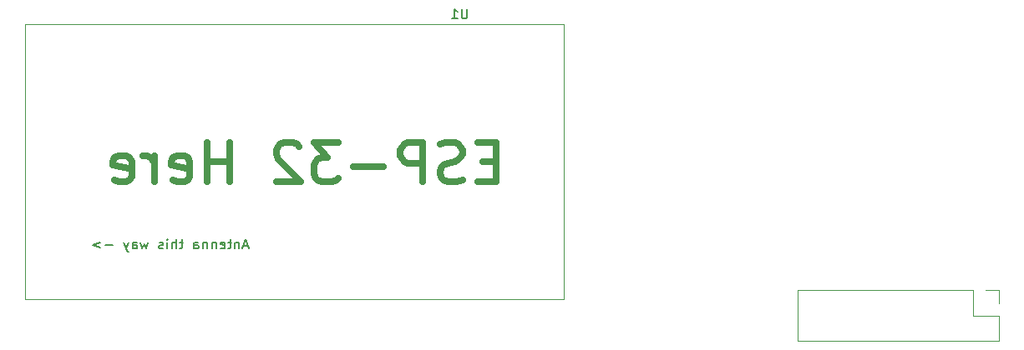
<source format=gbr>
%TF.GenerationSoftware,KiCad,Pcbnew,(6.0.5-0)*%
%TF.CreationDate,2022-06-25T13:44:40+01:00*%
%TF.ProjectId,revised_minh_design,72657669-7365-4645-9f6d-696e685f6465,rev?*%
%TF.SameCoordinates,Original*%
%TF.FileFunction,Legend,Bot*%
%TF.FilePolarity,Positive*%
%FSLAX46Y46*%
G04 Gerber Fmt 4.6, Leading zero omitted, Abs format (unit mm)*
G04 Created by KiCad (PCBNEW (6.0.5-0)) date 2022-06-25 13:44:40*
%MOMM*%
%LPD*%
G01*
G04 APERTURE LIST*
%ADD10C,0.700000*%
%ADD11C,0.150000*%
%ADD12C,0.120000*%
G04 APERTURE END LIST*
D10*
X92231333Y-62452285D02*
X90898000Y-62452285D01*
X90326571Y-64547523D02*
X92231333Y-64547523D01*
X92231333Y-60547523D01*
X90326571Y-60547523D01*
X88802761Y-64357047D02*
X88231333Y-64547523D01*
X87278952Y-64547523D01*
X86898000Y-64357047D01*
X86707523Y-64166571D01*
X86517047Y-63785619D01*
X86517047Y-63404666D01*
X86707523Y-63023714D01*
X86898000Y-62833238D01*
X87278952Y-62642761D01*
X88040857Y-62452285D01*
X88421809Y-62261809D01*
X88612285Y-62071333D01*
X88802761Y-61690380D01*
X88802761Y-61309428D01*
X88612285Y-60928476D01*
X88421809Y-60738000D01*
X88040857Y-60547523D01*
X87088476Y-60547523D01*
X86517047Y-60738000D01*
X84802761Y-64547523D02*
X84802761Y-60547523D01*
X83278952Y-60547523D01*
X82898000Y-60738000D01*
X82707523Y-60928476D01*
X82517047Y-61309428D01*
X82517047Y-61880857D01*
X82707523Y-62261809D01*
X82898000Y-62452285D01*
X83278952Y-62642761D01*
X84802761Y-62642761D01*
X80802761Y-63023714D02*
X77755142Y-63023714D01*
X76231333Y-60547523D02*
X73755142Y-60547523D01*
X75088476Y-62071333D01*
X74517047Y-62071333D01*
X74136095Y-62261809D01*
X73945619Y-62452285D01*
X73755142Y-62833238D01*
X73755142Y-63785619D01*
X73945619Y-64166571D01*
X74136095Y-64357047D01*
X74517047Y-64547523D01*
X75659904Y-64547523D01*
X76040857Y-64357047D01*
X76231333Y-64166571D01*
X72231333Y-60928476D02*
X72040857Y-60738000D01*
X71659904Y-60547523D01*
X70707523Y-60547523D01*
X70326571Y-60738000D01*
X70136095Y-60928476D01*
X69945619Y-61309428D01*
X69945619Y-61690380D01*
X70136095Y-62261809D01*
X72421809Y-64547523D01*
X69945619Y-64547523D01*
X65183714Y-64547523D02*
X65183714Y-60547523D01*
X65183714Y-62452285D02*
X62898000Y-62452285D01*
X62898000Y-64547523D02*
X62898000Y-60547523D01*
X59469428Y-64357047D02*
X59850380Y-64547523D01*
X60612285Y-64547523D01*
X60993238Y-64357047D01*
X61183714Y-63976095D01*
X61183714Y-62452285D01*
X60993238Y-62071333D01*
X60612285Y-61880857D01*
X59850380Y-61880857D01*
X59469428Y-62071333D01*
X59278952Y-62452285D01*
X59278952Y-62833238D01*
X61183714Y-63214190D01*
X57564666Y-64547523D02*
X57564666Y-61880857D01*
X57564666Y-62642761D02*
X57374190Y-62261809D01*
X57183714Y-62071333D01*
X56802761Y-61880857D01*
X56421809Y-61880857D01*
X53564666Y-64357047D02*
X53945619Y-64547523D01*
X54707523Y-64547523D01*
X55088476Y-64357047D01*
X55278952Y-63976095D01*
X55278952Y-62452285D01*
X55088476Y-62071333D01*
X54707523Y-61880857D01*
X53945619Y-61880857D01*
X53564666Y-62071333D01*
X53374190Y-62452285D01*
X53374190Y-62833238D01*
X55278952Y-63214190D01*
D11*
X67062952Y-71032666D02*
X66586761Y-71032666D01*
X67158190Y-71318380D02*
X66824857Y-70318380D01*
X66491523Y-71318380D01*
X66158190Y-70651714D02*
X66158190Y-71318380D01*
X66158190Y-70746952D02*
X66110571Y-70699333D01*
X66015333Y-70651714D01*
X65872476Y-70651714D01*
X65777238Y-70699333D01*
X65729619Y-70794571D01*
X65729619Y-71318380D01*
X65396285Y-70651714D02*
X65015333Y-70651714D01*
X65253428Y-70318380D02*
X65253428Y-71175523D01*
X65205809Y-71270761D01*
X65110571Y-71318380D01*
X65015333Y-71318380D01*
X64301047Y-71270761D02*
X64396285Y-71318380D01*
X64586761Y-71318380D01*
X64682000Y-71270761D01*
X64729619Y-71175523D01*
X64729619Y-70794571D01*
X64682000Y-70699333D01*
X64586761Y-70651714D01*
X64396285Y-70651714D01*
X64301047Y-70699333D01*
X64253428Y-70794571D01*
X64253428Y-70889809D01*
X64729619Y-70985047D01*
X63824857Y-70651714D02*
X63824857Y-71318380D01*
X63824857Y-70746952D02*
X63777238Y-70699333D01*
X63682000Y-70651714D01*
X63539142Y-70651714D01*
X63443904Y-70699333D01*
X63396285Y-70794571D01*
X63396285Y-71318380D01*
X62920095Y-70651714D02*
X62920095Y-71318380D01*
X62920095Y-70746952D02*
X62872476Y-70699333D01*
X62777238Y-70651714D01*
X62634380Y-70651714D01*
X62539142Y-70699333D01*
X62491523Y-70794571D01*
X62491523Y-71318380D01*
X61586761Y-71318380D02*
X61586761Y-70794571D01*
X61634380Y-70699333D01*
X61729619Y-70651714D01*
X61920095Y-70651714D01*
X62015333Y-70699333D01*
X61586761Y-71270761D02*
X61682000Y-71318380D01*
X61920095Y-71318380D01*
X62015333Y-71270761D01*
X62062952Y-71175523D01*
X62062952Y-71080285D01*
X62015333Y-70985047D01*
X61920095Y-70937428D01*
X61682000Y-70937428D01*
X61586761Y-70889809D01*
X60491523Y-70651714D02*
X60110571Y-70651714D01*
X60348666Y-70318380D02*
X60348666Y-71175523D01*
X60301047Y-71270761D01*
X60205809Y-71318380D01*
X60110571Y-71318380D01*
X59777238Y-71318380D02*
X59777238Y-70318380D01*
X59348666Y-71318380D02*
X59348666Y-70794571D01*
X59396285Y-70699333D01*
X59491523Y-70651714D01*
X59634380Y-70651714D01*
X59729619Y-70699333D01*
X59777238Y-70746952D01*
X58872476Y-71318380D02*
X58872476Y-70651714D01*
X58872476Y-70318380D02*
X58920095Y-70366000D01*
X58872476Y-70413619D01*
X58824857Y-70366000D01*
X58872476Y-70318380D01*
X58872476Y-70413619D01*
X58443904Y-71270761D02*
X58348666Y-71318380D01*
X58158190Y-71318380D01*
X58062952Y-71270761D01*
X58015333Y-71175523D01*
X58015333Y-71127904D01*
X58062952Y-71032666D01*
X58158190Y-70985047D01*
X58301047Y-70985047D01*
X58396285Y-70937428D01*
X58443904Y-70842190D01*
X58443904Y-70794571D01*
X58396285Y-70699333D01*
X58301047Y-70651714D01*
X58158190Y-70651714D01*
X58062952Y-70699333D01*
X56920095Y-70651714D02*
X56729619Y-71318380D01*
X56539142Y-70842190D01*
X56348666Y-71318380D01*
X56158190Y-70651714D01*
X55348666Y-71318380D02*
X55348666Y-70794571D01*
X55396285Y-70699333D01*
X55491523Y-70651714D01*
X55682000Y-70651714D01*
X55777238Y-70699333D01*
X55348666Y-71270761D02*
X55443904Y-71318380D01*
X55682000Y-71318380D01*
X55777238Y-71270761D01*
X55824857Y-71175523D01*
X55824857Y-71080285D01*
X55777238Y-70985047D01*
X55682000Y-70937428D01*
X55443904Y-70937428D01*
X55348666Y-70889809D01*
X54967714Y-70651714D02*
X54729619Y-71318380D01*
X54491523Y-70651714D02*
X54729619Y-71318380D01*
X54824857Y-71556476D01*
X54872476Y-71604095D01*
X54967714Y-71651714D01*
X53348666Y-70937428D02*
X52586761Y-70937428D01*
X52110571Y-70651714D02*
X51348666Y-70937428D01*
X52110571Y-71223142D01*
%TO.C,U1*%
X89280904Y-46950380D02*
X89280904Y-47759904D01*
X89233285Y-47855142D01*
X89185666Y-47902761D01*
X89090428Y-47950380D01*
X88899952Y-47950380D01*
X88804714Y-47902761D01*
X88757095Y-47855142D01*
X88709476Y-47759904D01*
X88709476Y-46950380D01*
X87709476Y-47950380D02*
X88280904Y-47950380D01*
X87995190Y-47950380D02*
X87995190Y-46950380D01*
X88090428Y-47093238D01*
X88185666Y-47188476D01*
X88280904Y-47236095D01*
D12*
%TO.C,J4*%
X122749000Y-80705000D02*
X122749000Y-75505000D01*
X140589000Y-78105000D02*
X140589000Y-75505000D01*
X140589000Y-75505000D02*
X122749000Y-75505000D01*
X143189000Y-78105000D02*
X140589000Y-78105000D01*
X143189000Y-80705000D02*
X122749000Y-80705000D01*
X143189000Y-80705000D02*
X143189000Y-78105000D01*
X143189000Y-75505000D02*
X141859000Y-75505000D01*
X143189000Y-76835000D02*
X143189000Y-75505000D01*
%TO.C,U1*%
X99055000Y-48514000D02*
X99055000Y-76454000D01*
X44455000Y-48514000D02*
X44455000Y-76454000D01*
X99055000Y-76454000D02*
X44455000Y-76454000D01*
X99055000Y-48514000D02*
X44455000Y-48514000D01*
%TD*%
M02*

</source>
